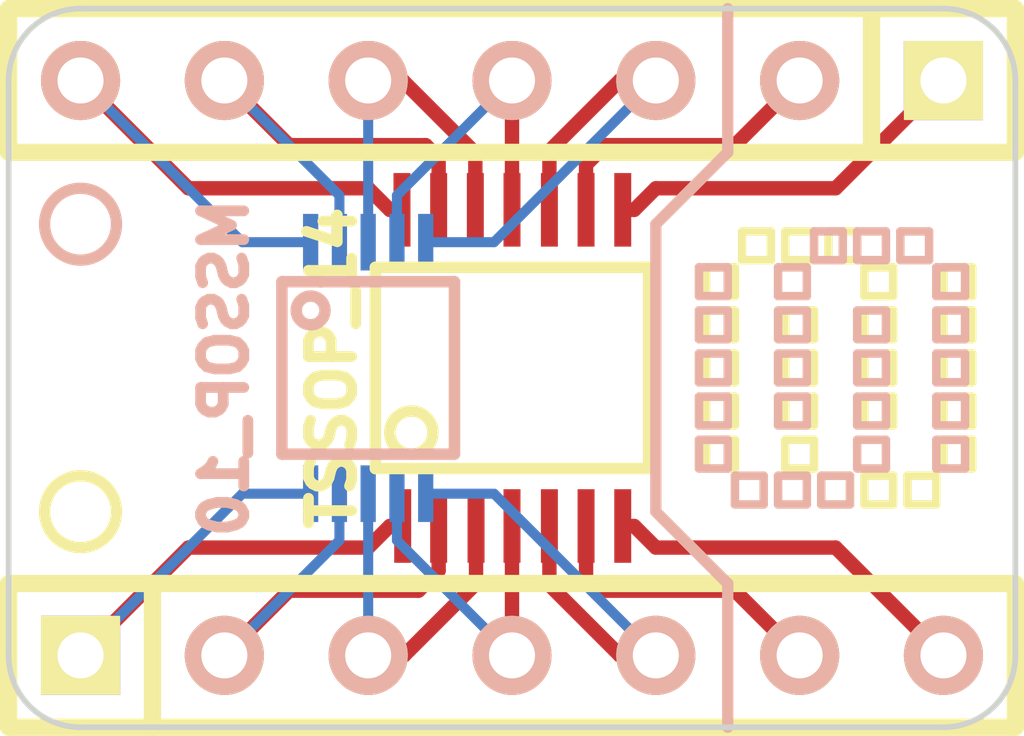
<source format=kicad_pcb>
(kicad_pcb (version 3) (host pcbnew "(22-Jun-2014 BZR 4027)-stable")

  (general
    (links 24)
    (no_connects 0)
    (area 99.999799 82.219799 118.440201 95.580201)
    (thickness 1.6)
    (drawings 15)
    (tracks 64)
    (zones 0)
    (modules 6)
    (nets 15)
  )

  (page A3)
  (layers
    (15 F.Cu signal)
    (0 B.Cu signal)
    (16 B.Adhes user)
    (17 F.Adhes user)
    (18 B.Paste user)
    (19 F.Paste user)
    (20 B.SilkS user)
    (21 F.SilkS user)
    (22 B.Mask user)
    (23 F.Mask user)
    (24 Dwgs.User user)
    (25 Cmts.User user)
    (26 Eco1.User user)
    (27 Eco2.User user)
    (28 Edge.Cuts user)
  )

  (setup
    (last_trace_width 0.1778)
    (trace_clearance 0.1778)
    (zone_clearance 0.508)
    (zone_45_only no)
    (trace_min 0.1778)
    (segment_width 0.2)
    (edge_width 0.1)
    (via_size 0.889)
    (via_drill 0.635)
    (via_min_size 0.889)
    (via_min_drill 0.508)
    (uvia_size 0.508)
    (uvia_drill 0.127)
    (uvias_allowed no)
    (uvia_min_size 0.508)
    (uvia_min_drill 0.127)
    (pcb_text_width 0.3)
    (pcb_text_size 1.5 1.5)
    (mod_edge_width 0.15)
    (mod_text_size 1 1)
    (mod_text_width 0.15)
    (pad_size 1.5 1.5)
    (pad_drill 0.6)
    (pad_to_mask_clearance 0)
    (aux_axis_origin 0 0)
    (visible_elements FFFFFFBF)
    (pcbplotparams
      (layerselection 3178497)
      (usegerberextensions true)
      (excludeedgelayer true)
      (linewidth 0.150000)
      (plotframeref false)
      (viasonmask false)
      (mode 1)
      (useauxorigin false)
      (hpglpennumber 1)
      (hpglpenspeed 20)
      (hpglpendiameter 15)
      (hpglpenoverlay 2)
      (psnegative false)
      (psa4output false)
      (plotreference true)
      (plotvalue true)
      (plotothertext true)
      (plotinvisibletext false)
      (padsonsilk false)
      (subtractmaskfromsilk false)
      (outputformat 1)
      (mirror false)
      (drillshape 1)
      (scaleselection 1)
      (outputdirectory ""))
  )

  (net 0 "")
  (net 1 N-000001)
  (net 2 N-0000010)
  (net 3 N-0000011)
  (net 4 N-0000012)
  (net 5 N-0000013)
  (net 6 N-0000014)
  (net 7 N-000002)
  (net 8 N-000003)
  (net 9 N-000004)
  (net 10 N-000005)
  (net 11 N-000006)
  (net 12 N-000007)
  (net 13 N-000008)
  (net 14 N-000009)

  (net_class Default "This is the default net class."
    (clearance 0.1778)
    (trace_width 0.1778)
    (via_dia 0.889)
    (via_drill 0.635)
    (uvia_dia 0.508)
    (uvia_drill 0.127)
    (add_net "")
    (add_net N-000001)
    (add_net N-0000010)
    (add_net N-0000011)
    (add_net N-0000012)
    (add_net N-0000013)
    (add_net N-0000014)
    (add_net N-000002)
    (add_net N-000003)
    (add_net N-000004)
    (add_net N-000005)
    (add_net N-000006)
    (add_net N-000007)
    (add_net N-000008)
    (add_net N-000009)
  )

  (module TSSOP14 (layer F.Cu) (tedit 551EDCAE) (tstamp 551EDB18)
    (at 109.22 88.9)
    (path /551EDA62)
    (attr smd)
    (fp_text reference K4 (at 0 -0.762) (layer F.SilkS) hide
      (effects (font (size 0.762 0.635) (thickness 0.15875)))
    )
    (fp_text value TSSOP_14 (at -3.175 0 90) (layer F.SilkS)
      (effects (font (size 0.762 0.762) (thickness 0.1905)))
    )
    (fp_line (start -2.413 -1.778) (end 2.413 -1.778) (layer F.SilkS) (width 0.2032))
    (fp_line (start 2.413 -1.778) (end 2.413 1.778) (layer F.SilkS) (width 0.2032))
    (fp_line (start 2.413 1.778) (end -2.413 1.778) (layer F.SilkS) (width 0.2032))
    (fp_line (start -2.413 1.778) (end -2.413 -1.778) (layer F.SilkS) (width 0.2032))
    (fp_circle (center -1.778 1.143) (end -2.159 1.143) (layer F.SilkS) (width 0.2032))
    (pad 1 smd rect (at -1.9304 2.794) (size 0.29972 1.30048)
      (layers F.Cu F.Paste F.Mask)
      (net 6 N-0000014)
    )
    (pad 2 smd rect (at -1.2954 2.794) (size 0.29972 1.30048)
      (layers F.Cu F.Paste F.Mask)
      (net 5 N-0000013)
    )
    (pad 3 smd rect (at -0.635 2.794) (size 0.29972 1.30048)
      (layers F.Cu F.Paste F.Mask)
      (net 4 N-0000012)
    )
    (pad 4 smd rect (at 0 2.794) (size 0.29972 1.30048)
      (layers F.Cu F.Paste F.Mask)
      (net 12 N-000007)
    )
    (pad 5 smd rect (at 0.6604 2.794) (size 0.29972 1.30048)
      (layers F.Cu F.Paste F.Mask)
      (net 11 N-000006)
    )
    (pad 6 smd rect (at 1.3081 2.794) (size 0.29972 1.30048)
      (layers F.Cu F.Paste F.Mask)
      (net 9 N-000004)
    )
    (pad 7 smd rect (at 1.9558 2.794) (size 0.29972 1.30048)
      (layers F.Cu F.Paste F.Mask)
      (net 8 N-000003)
    )
    (pad 8 smd rect (at 1.9558 -2.794) (size 0.29972 1.30048)
      (layers F.Cu F.Paste F.Mask)
      (net 7 N-000002)
    )
    (pad 9 smd rect (at 1.3081 -2.794) (size 0.29972 1.30048)
      (layers F.Cu F.Paste F.Mask)
      (net 1 N-000001)
    )
    (pad 10 smd rect (at 0.6604 -2.794) (size 0.29972 1.30048)
      (layers F.Cu F.Paste F.Mask)
      (net 10 N-000005)
    )
    (pad 11 smd rect (at 0 -2.794) (size 0.29972 1.30048)
      (layers F.Cu F.Paste F.Mask)
      (net 13 N-000008)
    )
    (pad 12 smd rect (at -0.6477 -2.794) (size 0.29972 1.30048)
      (layers F.Cu F.Paste F.Mask)
      (net 14 N-000009)
    )
    (pad 13 smd rect (at -1.2954 -2.794) (size 0.29972 1.30048)
      (layers F.Cu F.Paste F.Mask)
      (net 2 N-0000010)
    )
    (pad 14 smd rect (at -1.9431 -2.794) (size 0.29972 1.30048)
      (layers F.Cu F.Paste F.Mask)
      (net 3 N-0000011)
    )
    (model smd\smd_dil\tssop-14.wrl
      (at (xyz 0 0 0))
      (scale (xyz 1 1 1))
      (rotate (xyz 0 0 0))
    )
  )

  (module SIL-7 (layer F.Cu) (tedit 551EDC05) (tstamp 551EDB2A)
    (at 109.22 93.98)
    (descr "Connecteur 7 pins")
    (tags "CONN DEV")
    (path /551EDA37)
    (fp_text reference K1 (at 0 -2.54) (layer F.SilkS) hide
      (effects (font (size 1.72974 1.08712) (thickness 0.27178)))
    )
    (fp_text value PINS_7 (at 0 -2.54) (layer F.SilkS) hide
      (effects (font (size 1.524 1.016) (thickness 0.3048)))
    )
    (fp_line (start -8.89 -1.27) (end -8.89 -1.27) (layer F.SilkS) (width 0.3048))
    (fp_line (start -8.89 -1.27) (end 8.89 -1.27) (layer F.SilkS) (width 0.3048))
    (fp_line (start 8.89 -1.27) (end 8.89 1.27) (layer F.SilkS) (width 0.3048))
    (fp_line (start 8.89 1.27) (end -8.89 1.27) (layer F.SilkS) (width 0.3048))
    (fp_line (start -8.89 1.27) (end -8.89 -1.27) (layer F.SilkS) (width 0.3048))
    (fp_line (start -6.35 1.27) (end -6.35 1.27) (layer F.SilkS) (width 0.3048))
    (fp_line (start -6.35 1.27) (end -6.35 -1.27) (layer F.SilkS) (width 0.3048))
    (pad 1 thru_hole rect (at -7.62 0) (size 1.397 1.397) (drill 0.8128)
      (layers *.Cu *.Mask F.SilkS)
      (net 6 N-0000014)
    )
    (pad 2 thru_hole circle (at -5.08 0) (size 1.397 1.397) (drill 0.8128)
      (layers *.Cu *.SilkS *.Mask)
      (net 5 N-0000013)
    )
    (pad 3 thru_hole circle (at -2.54 0) (size 1.397 1.397) (drill 0.8128)
      (layers *.Cu *.SilkS *.Mask)
      (net 4 N-0000012)
    )
    (pad 4 thru_hole circle (at 0 0) (size 1.397 1.397) (drill 0.8128)
      (layers *.Cu *.SilkS *.Mask)
      (net 12 N-000007)
    )
    (pad 5 thru_hole circle (at 2.54 0) (size 1.397 1.397) (drill 0.8128)
      (layers *.Cu *.SilkS *.Mask)
      (net 11 N-000006)
    )
    (pad 6 thru_hole circle (at 5.08 0) (size 1.397 1.397) (drill 0.8128)
      (layers *.Cu *.SilkS *.Mask)
      (net 9 N-000004)
    )
    (pad 7 thru_hole circle (at 7.62 0) (size 1.397 1.397) (drill 0.8128)
      (layers *.Cu *.SilkS *.Mask)
      (net 8 N-000003)
    )
  )

  (module SIL-7 (layer F.Cu) (tedit 551EDC1C) (tstamp 551EDB3C)
    (at 109.22 83.82 180)
    (descr "Connecteur 7 pins")
    (tags "CONN DEV")
    (path /551EDA49)
    (fp_text reference K2 (at 0 -2.54 180) (layer F.SilkS) hide
      (effects (font (size 1.72974 1.08712) (thickness 0.27178)))
    )
    (fp_text value PINS_7 (at 0 -2.54 180) (layer F.SilkS) hide
      (effects (font (size 1.524 1.016) (thickness 0.3048)))
    )
    (fp_line (start -8.89 -1.27) (end -8.89 -1.27) (layer F.SilkS) (width 0.3048))
    (fp_line (start -8.89 -1.27) (end 8.89 -1.27) (layer F.SilkS) (width 0.3048))
    (fp_line (start 8.89 -1.27) (end 8.89 1.27) (layer F.SilkS) (width 0.3048))
    (fp_line (start 8.89 1.27) (end -8.89 1.27) (layer F.SilkS) (width 0.3048))
    (fp_line (start -8.89 1.27) (end -8.89 -1.27) (layer F.SilkS) (width 0.3048))
    (fp_line (start -6.35 1.27) (end -6.35 1.27) (layer F.SilkS) (width 0.3048))
    (fp_line (start -6.35 1.27) (end -6.35 -1.27) (layer F.SilkS) (width 0.3048))
    (pad 1 thru_hole rect (at -7.62 0 180) (size 1.397 1.397) (drill 0.8128)
      (layers *.Cu *.Mask F.SilkS)
      (net 7 N-000002)
    )
    (pad 2 thru_hole circle (at -5.08 0 180) (size 1.397 1.397) (drill 0.8128)
      (layers *.Cu *.SilkS *.Mask)
      (net 1 N-000001)
    )
    (pad 3 thru_hole circle (at -2.54 0 180) (size 1.397 1.397) (drill 0.8128)
      (layers *.Cu *.SilkS *.Mask)
      (net 10 N-000005)
    )
    (pad 4 thru_hole circle (at 0 0 180) (size 1.397 1.397) (drill 0.8128)
      (layers *.Cu *.SilkS *.Mask)
      (net 13 N-000008)
    )
    (pad 5 thru_hole circle (at 2.54 0 180) (size 1.397 1.397) (drill 0.8128)
      (layers *.Cu *.SilkS *.Mask)
      (net 14 N-000009)
    )
    (pad 6 thru_hole circle (at 5.08 0 180) (size 1.397 1.397) (drill 0.8128)
      (layers *.Cu *.SilkS *.Mask)
      (net 2 N-0000010)
    )
    (pad 7 thru_hole circle (at 7.62 0 180) (size 1.397 1.397) (drill 0.8128)
      (layers *.Cu *.SilkS *.Mask)
      (net 3 N-0000011)
    )
  )

  (module MSOP10-0.5 (layer B.Cu) (tedit 551EDCA7) (tstamp 551EDB4F)
    (at 106.68 88.9)
    (descr "MSOP10 10pins pitch 0.5mm")
    (path /551EDA53)
    (attr smd)
    (fp_text reference K3 (at 0 0.635) (layer B.SilkS) hide
      (effects (font (size 0.762 0.762) (thickness 0.1524)) (justify mirror))
    )
    (fp_text value MSSOP_10 (at -2.54 0 90) (layer B.SilkS)
      (effects (font (size 0.762 0.762) (thickness 0.1905)) (justify mirror))
    )
    (fp_circle (center -1.016 -1.016) (end -1.016 -0.762) (layer B.SilkS) (width 0.2032))
    (fp_line (start 1.524 -1.524) (end -1.524 -1.524) (layer B.SilkS) (width 0.2032))
    (fp_line (start -1.524 -1.524) (end -1.524 1.524) (layer B.SilkS) (width 0.2032))
    (fp_line (start -1.524 1.524) (end 1.524 1.524) (layer B.SilkS) (width 0.2032))
    (fp_line (start 1.524 1.524) (end 1.524 -1.524) (layer B.SilkS) (width 0.2032))
    (pad 1 smd rect (at -1.016 -2.2225) (size 0.26924 1.00076)
      (layers B.Cu B.Paste B.Mask)
      (net 3 N-0000011)
    )
    (pad 2 smd rect (at -0.508 -2.2225) (size 0.26924 1.00076)
      (layers B.Cu B.Paste B.Mask)
      (net 2 N-0000010)
    )
    (pad 3 smd rect (at 0 -2.2225) (size 0.26924 1.00076)
      (layers B.Cu B.Paste B.Mask)
      (net 14 N-000009)
    )
    (pad 4 smd rect (at 0.508 -2.2225) (size 0.26924 1.00076)
      (layers B.Cu B.Paste B.Mask)
      (net 13 N-000008)
    )
    (pad 5 smd rect (at 1.016 -2.2225) (size 0.26924 1.00076)
      (layers B.Cu B.Paste B.Mask)
      (net 10 N-000005)
    )
    (pad 6 smd rect (at 1.016 2.2225) (size 0.26924 1.00076)
      (layers B.Cu B.Paste B.Mask)
      (net 11 N-000006)
    )
    (pad 7 smd rect (at 0.508 2.2225) (size 0.26924 1.00076)
      (layers B.Cu B.Paste B.Mask)
      (net 12 N-000007)
    )
    (pad 8 smd rect (at 0 2.2225) (size 0.26924 1.00076)
      (layers B.Cu B.Paste B.Mask)
      (net 4 N-0000012)
    )
    (pad 9 smd rect (at -0.508 2.2225) (size 0.26924 1.00076)
      (layers B.Cu B.Paste B.Mask)
      (net 5 N-0000013)
    )
    (pad 10 smd rect (at -1.016 2.2225) (size 0.26924 1.00076)
      (layers B.Cu B.Paste B.Mask)
      (net 6 N-0000014)
    )
    (model smd\MSOP_10.wrl
      (at (xyz 0 0 0))
      (scale (xyz 0.3 0.35 0.3))
      (rotate (xyz 0 0 0))
    )
  )

  (module DIGITALCAVE_LOGO (layer F.Cu) (tedit 54639F29) (tstamp 551F4368)
    (at 114.935 88.9 90)
    (fp_text reference VAL (at 0 0 90) (layer F.SilkS) hide
      (effects (font (size 0.381 0.381) (thickness 0.127)))
    )
    (fp_text value REF (at 0 0 90) (layer F.SilkS) hide
      (effects (font (size 0.381 0.381) (thickness 0.127)))
    )
    (fp_line (start 1.27 1.905) (end 1.778 1.905) (layer F.SilkS) (width 0.15))
    (fp_line (start 1.778 1.905) (end 1.778 2.413) (layer F.SilkS) (width 0.15))
    (fp_line (start 1.778 2.413) (end 1.27 2.413) (layer F.SilkS) (width 0.15))
    (fp_line (start 1.27 2.413) (end 1.27 1.905) (layer F.SilkS) (width 0.15))
    (fp_line (start 0.508 1.905) (end 1.016 1.905) (layer F.SilkS) (width 0.15))
    (fp_line (start 1.016 1.905) (end 1.016 2.413) (layer F.SilkS) (width 0.15))
    (fp_line (start 1.016 2.413) (end 0.508 2.413) (layer F.SilkS) (width 0.15))
    (fp_line (start 0.508 2.413) (end 0.508 1.905) (layer F.SilkS) (width 0.15))
    (fp_line (start -0.254 1.905) (end 0.254 1.905) (layer F.SilkS) (width 0.15))
    (fp_line (start 0.254 1.905) (end 0.254 2.413) (layer F.SilkS) (width 0.15))
    (fp_line (start 0.254 2.413) (end -0.254 2.413) (layer F.SilkS) (width 0.15))
    (fp_line (start -0.254 2.413) (end -0.254 1.905) (layer F.SilkS) (width 0.15))
    (fp_line (start -1.016 1.905) (end -0.508 1.905) (layer F.SilkS) (width 0.15))
    (fp_line (start -0.508 1.905) (end -0.508 2.413) (layer F.SilkS) (width 0.15))
    (fp_line (start -0.508 2.413) (end -1.016 2.413) (layer F.SilkS) (width 0.15))
    (fp_line (start -1.016 2.413) (end -1.016 1.905) (layer F.SilkS) (width 0.15))
    (fp_line (start -1.778 1.905) (end -1.27 1.905) (layer F.SilkS) (width 0.15))
    (fp_line (start -1.27 1.905) (end -1.27 2.413) (layer F.SilkS) (width 0.15))
    (fp_line (start -1.27 2.413) (end -1.778 2.413) (layer F.SilkS) (width 0.15))
    (fp_line (start -1.778 2.413) (end -1.778 1.905) (layer F.SilkS) (width 0.15))
    (fp_line (start -2.413 1.27) (end -1.905 1.27) (layer F.SilkS) (width 0.15))
    (fp_line (start -1.905 1.27) (end -1.905 1.778) (layer F.SilkS) (width 0.15))
    (fp_line (start -1.905 1.778) (end -2.413 1.778) (layer F.SilkS) (width 0.15))
    (fp_line (start -2.413 1.778) (end -2.413 1.27) (layer F.SilkS) (width 0.15))
    (fp_line (start -1.905 0.508) (end -1.905 1.016) (layer F.SilkS) (width 0.15))
    (fp_line (start -1.905 1.016) (end -2.413 1.016) (layer F.SilkS) (width 0.15))
    (fp_line (start -2.413 1.016) (end -2.413 0.508) (layer F.SilkS) (width 0.15))
    (fp_line (start -2.413 0.508) (end -1.905 0.508) (layer F.SilkS) (width 0.15))
    (fp_line (start -1.905 -0.254) (end -1.905 0.254) (layer F.SilkS) (width 0.15))
    (fp_line (start -1.905 0.254) (end -2.413 0.254) (layer F.SilkS) (width 0.15))
    (fp_line (start -2.413 0.254) (end -2.413 -0.254) (layer F.SilkS) (width 0.15))
    (fp_line (start -2.413 -0.254) (end -1.905 -0.254) (layer F.SilkS) (width 0.15))
    (fp_line (start -1.27 -0.889) (end -1.27 -0.381) (layer F.SilkS) (width 0.15))
    (fp_line (start -1.27 -0.381) (end -1.778 -0.381) (layer F.SilkS) (width 0.15))
    (fp_line (start -1.778 -0.381) (end -1.778 -0.889) (layer F.SilkS) (width 0.15))
    (fp_line (start -1.778 -0.889) (end -1.27 -0.889) (layer F.SilkS) (width 0.15))
    (fp_line (start -0.508 -0.381) (end -0.508 -0.889) (layer F.SilkS) (width 0.15))
    (fp_line (start -0.508 -0.889) (end -1.016 -0.889) (layer F.SilkS) (width 0.15))
    (fp_line (start -1.016 -0.889) (end -1.016 -0.381) (layer F.SilkS) (width 0.15))
    (fp_line (start -1.016 -0.381) (end -0.508 -0.381) (layer F.SilkS) (width 0.15))
    (fp_line (start 0.254 -0.889) (end 0.254 -0.381) (layer F.SilkS) (width 0.15))
    (fp_line (start 0.254 -0.381) (end -0.254 -0.381) (layer F.SilkS) (width 0.15))
    (fp_line (start -0.254 -0.381) (end -0.254 -0.889) (layer F.SilkS) (width 0.15))
    (fp_line (start -0.254 -0.889) (end 0.254 -0.889) (layer F.SilkS) (width 0.15))
    (fp_line (start 1.016 -0.381) (end 1.016 -0.889) (layer F.SilkS) (width 0.15))
    (fp_line (start 1.016 -0.889) (end 0.508 -0.889) (layer F.SilkS) (width 0.15))
    (fp_line (start 0.508 -0.889) (end 0.508 -0.381) (layer F.SilkS) (width 0.15))
    (fp_line (start 0.508 -0.381) (end 1.016 -0.381) (layer F.SilkS) (width 0.15))
    (fp_line (start -0.508 1.016) (end -0.508 0.508) (layer F.SilkS) (width 0.15))
    (fp_line (start -0.508 0.508) (end -1.016 0.508) (layer F.SilkS) (width 0.15))
    (fp_line (start -1.016 0.508) (end -1.016 1.016) (layer F.SilkS) (width 0.15))
    (fp_line (start -1.016 1.016) (end -0.508 1.016) (layer F.SilkS) (width 0.15))
    (fp_line (start 0.254 1.016) (end -0.254 1.016) (layer F.SilkS) (width 0.15))
    (fp_line (start -0.254 1.016) (end -0.254 0.508) (layer F.SilkS) (width 0.15))
    (fp_line (start 0.254 1.016) (end 0.254 0.508) (layer F.SilkS) (width 0.15))
    (fp_line (start 0.254 0.508) (end -0.254 0.508) (layer F.SilkS) (width 0.15))
    (fp_line (start 1.016 0.508) (end 1.016 1.016) (layer F.SilkS) (width 0.15))
    (fp_line (start 1.016 1.016) (end 0.508 1.016) (layer F.SilkS) (width 0.15))
    (fp_line (start 0.508 1.016) (end 0.508 0.508) (layer F.SilkS) (width 0.15))
    (fp_line (start 0.508 0.508) (end 1.016 0.508) (layer F.SilkS) (width 0.15))
    (fp_line (start 1.778 0.508) (end 1.778 1.016) (layer F.SilkS) (width 0.15))
    (fp_line (start 1.778 1.016) (end 1.27 1.016) (layer F.SilkS) (width 0.15))
    (fp_line (start 1.27 1.016) (end 1.27 0.508) (layer F.SilkS) (width 0.15))
    (fp_line (start 1.27 0.508) (end 1.778 0.508) (layer F.SilkS) (width 0.15))
    (fp_line (start 1.905 -0.127) (end 2.413 -0.127) (layer F.SilkS) (width 0.15))
    (fp_line (start 2.413 -0.127) (end 2.413 0.381) (layer F.SilkS) (width 0.15))
    (fp_line (start 2.413 0.381) (end 1.905 0.381) (layer F.SilkS) (width 0.15))
    (fp_line (start 1.905 0.381) (end 1.905 -0.127) (layer F.SilkS) (width 0.15))
    (fp_line (start 1.905 -0.889) (end 2.413 -0.889) (layer F.SilkS) (width 0.15))
    (fp_line (start 2.413 -0.889) (end 2.413 -0.381) (layer F.SilkS) (width 0.15))
    (fp_line (start 2.413 -0.381) (end 1.905 -0.381) (layer F.SilkS) (width 0.15))
    (fp_line (start 1.905 -0.381) (end 1.905 -0.889) (layer F.SilkS) (width 0.15))
    (fp_line (start 1.905 -1.651) (end 2.413 -1.651) (layer F.SilkS) (width 0.15))
    (fp_line (start 2.413 -1.651) (end 2.413 -1.143) (layer F.SilkS) (width 0.15))
    (fp_line (start 2.413 -1.143) (end 1.905 -1.143) (layer F.SilkS) (width 0.15))
    (fp_line (start 1.905 -1.143) (end 1.905 -1.651) (layer F.SilkS) (width 0.15))
    (fp_line (start 1.27 -2.286) (end 1.27 -1.778) (layer F.SilkS) (width 0.15))
    (fp_line (start 1.27 -1.778) (end 1.778 -1.778) (layer F.SilkS) (width 0.15))
    (fp_line (start 1.778 -1.778) (end 1.778 -2.286) (layer F.SilkS) (width 0.15))
    (fp_line (start 1.778 -2.286) (end 1.27 -2.286) (layer F.SilkS) (width 0.15))
    (fp_line (start 0.508 -2.286) (end 0.508 -1.778) (layer F.SilkS) (width 0.15))
    (fp_line (start 0.508 -1.778) (end 1.016 -1.778) (layer F.SilkS) (width 0.15))
    (fp_line (start 1.016 -1.778) (end 1.016 -2.286) (layer F.SilkS) (width 0.15))
    (fp_line (start 1.016 -2.286) (end 0.508 -2.286) (layer F.SilkS) (width 0.15))
    (fp_line (start -0.254 -2.286) (end -0.254 -1.778) (layer F.SilkS) (width 0.15))
    (fp_line (start -0.254 -1.778) (end 0.254 -1.778) (layer F.SilkS) (width 0.15))
    (fp_line (start 0.254 -1.778) (end 0.254 -2.286) (layer F.SilkS) (width 0.15))
    (fp_line (start 0.254 -2.286) (end -0.254 -2.286) (layer F.SilkS) (width 0.15))
    (fp_line (start -1.016 -2.286) (end -1.016 -1.778) (layer F.SilkS) (width 0.15))
    (fp_line (start -1.016 -1.778) (end -0.508 -1.778) (layer F.SilkS) (width 0.15))
    (fp_line (start -0.508 -1.778) (end -0.508 -2.286) (layer F.SilkS) (width 0.15))
    (fp_line (start -0.508 -2.286) (end -1.016 -2.286) (layer F.SilkS) (width 0.15))
    (fp_line (start -1.778 -2.286) (end -1.778 -1.778) (layer F.SilkS) (width 0.15))
    (fp_line (start -1.778 -1.778) (end -1.27 -1.778) (layer F.SilkS) (width 0.15))
    (fp_line (start -1.27 -1.778) (end -1.27 -2.286) (layer F.SilkS) (width 0.15))
    (fp_line (start -1.27 -2.286) (end -1.778 -2.286) (layer F.SilkS) (width 0.15))
  )

  (module DIGITALCAVE_LOGO (layer B.Cu) (tedit 54639F29) (tstamp 551F442F)
    (at 114.935 88.9 90)
    (fp_text reference VAL (at 0 0 90) (layer B.SilkS) hide
      (effects (font (size 0.381 0.381) (thickness 0.127)) (justify mirror))
    )
    (fp_text value REF (at 0 0 90) (layer B.SilkS) hide
      (effects (font (size 0.381 0.381) (thickness 0.127)) (justify mirror))
    )
    (fp_line (start 1.27 -1.905) (end 1.778 -1.905) (layer B.SilkS) (width 0.15))
    (fp_line (start 1.778 -1.905) (end 1.778 -2.413) (layer B.SilkS) (width 0.15))
    (fp_line (start 1.778 -2.413) (end 1.27 -2.413) (layer B.SilkS) (width 0.15))
    (fp_line (start 1.27 -2.413) (end 1.27 -1.905) (layer B.SilkS) (width 0.15))
    (fp_line (start 0.508 -1.905) (end 1.016 -1.905) (layer B.SilkS) (width 0.15))
    (fp_line (start 1.016 -1.905) (end 1.016 -2.413) (layer B.SilkS) (width 0.15))
    (fp_line (start 1.016 -2.413) (end 0.508 -2.413) (layer B.SilkS) (width 0.15))
    (fp_line (start 0.508 -2.413) (end 0.508 -1.905) (layer B.SilkS) (width 0.15))
    (fp_line (start -0.254 -1.905) (end 0.254 -1.905) (layer B.SilkS) (width 0.15))
    (fp_line (start 0.254 -1.905) (end 0.254 -2.413) (layer B.SilkS) (width 0.15))
    (fp_line (start 0.254 -2.413) (end -0.254 -2.413) (layer B.SilkS) (width 0.15))
    (fp_line (start -0.254 -2.413) (end -0.254 -1.905) (layer B.SilkS) (width 0.15))
    (fp_line (start -1.016 -1.905) (end -0.508 -1.905) (layer B.SilkS) (width 0.15))
    (fp_line (start -0.508 -1.905) (end -0.508 -2.413) (layer B.SilkS) (width 0.15))
    (fp_line (start -0.508 -2.413) (end -1.016 -2.413) (layer B.SilkS) (width 0.15))
    (fp_line (start -1.016 -2.413) (end -1.016 -1.905) (layer B.SilkS) (width 0.15))
    (fp_line (start -1.778 -1.905) (end -1.27 -1.905) (layer B.SilkS) (width 0.15))
    (fp_line (start -1.27 -1.905) (end -1.27 -2.413) (layer B.SilkS) (width 0.15))
    (fp_line (start -1.27 -2.413) (end -1.778 -2.413) (layer B.SilkS) (width 0.15))
    (fp_line (start -1.778 -2.413) (end -1.778 -1.905) (layer B.SilkS) (width 0.15))
    (fp_line (start -2.413 -1.27) (end -1.905 -1.27) (layer B.SilkS) (width 0.15))
    (fp_line (start -1.905 -1.27) (end -1.905 -1.778) (layer B.SilkS) (width 0.15))
    (fp_line (start -1.905 -1.778) (end -2.413 -1.778) (layer B.SilkS) (width 0.15))
    (fp_line (start -2.413 -1.778) (end -2.413 -1.27) (layer B.SilkS) (width 0.15))
    (fp_line (start -1.905 -0.508) (end -1.905 -1.016) (layer B.SilkS) (width 0.15))
    (fp_line (start -1.905 -1.016) (end -2.413 -1.016) (layer B.SilkS) (width 0.15))
    (fp_line (start -2.413 -1.016) (end -2.413 -0.508) (layer B.SilkS) (width 0.15))
    (fp_line (start -2.413 -0.508) (end -1.905 -0.508) (layer B.SilkS) (width 0.15))
    (fp_line (start -1.905 0.254) (end -1.905 -0.254) (layer B.SilkS) (width 0.15))
    (fp_line (start -1.905 -0.254) (end -2.413 -0.254) (layer B.SilkS) (width 0.15))
    (fp_line (start -2.413 -0.254) (end -2.413 0.254) (layer B.SilkS) (width 0.15))
    (fp_line (start -2.413 0.254) (end -1.905 0.254) (layer B.SilkS) (width 0.15))
    (fp_line (start -1.27 0.889) (end -1.27 0.381) (layer B.SilkS) (width 0.15))
    (fp_line (start -1.27 0.381) (end -1.778 0.381) (layer B.SilkS) (width 0.15))
    (fp_line (start -1.778 0.381) (end -1.778 0.889) (layer B.SilkS) (width 0.15))
    (fp_line (start -1.778 0.889) (end -1.27 0.889) (layer B.SilkS) (width 0.15))
    (fp_line (start -0.508 0.381) (end -0.508 0.889) (layer B.SilkS) (width 0.15))
    (fp_line (start -0.508 0.889) (end -1.016 0.889) (layer B.SilkS) (width 0.15))
    (fp_line (start -1.016 0.889) (end -1.016 0.381) (layer B.SilkS) (width 0.15))
    (fp_line (start -1.016 0.381) (end -0.508 0.381) (layer B.SilkS) (width 0.15))
    (fp_line (start 0.254 0.889) (end 0.254 0.381) (layer B.SilkS) (width 0.15))
    (fp_line (start 0.254 0.381) (end -0.254 0.381) (layer B.SilkS) (width 0.15))
    (fp_line (start -0.254 0.381) (end -0.254 0.889) (layer B.SilkS) (width 0.15))
    (fp_line (start -0.254 0.889) (end 0.254 0.889) (layer B.SilkS) (width 0.15))
    (fp_line (start 1.016 0.381) (end 1.016 0.889) (layer B.SilkS) (width 0.15))
    (fp_line (start 1.016 0.889) (end 0.508 0.889) (layer B.SilkS) (width 0.15))
    (fp_line (start 0.508 0.889) (end 0.508 0.381) (layer B.SilkS) (width 0.15))
    (fp_line (start 0.508 0.381) (end 1.016 0.381) (layer B.SilkS) (width 0.15))
    (fp_line (start -0.508 -1.016) (end -0.508 -0.508) (layer B.SilkS) (width 0.15))
    (fp_line (start -0.508 -0.508) (end -1.016 -0.508) (layer B.SilkS) (width 0.15))
    (fp_line (start -1.016 -0.508) (end -1.016 -1.016) (layer B.SilkS) (width 0.15))
    (fp_line (start -1.016 -1.016) (end -0.508 -1.016) (layer B.SilkS) (width 0.15))
    (fp_line (start 0.254 -1.016) (end -0.254 -1.016) (layer B.SilkS) (width 0.15))
    (fp_line (start -0.254 -1.016) (end -0.254 -0.508) (layer B.SilkS) (width 0.15))
    (fp_line (start 0.254 -1.016) (end 0.254 -0.508) (layer B.SilkS) (width 0.15))
    (fp_line (start 0.254 -0.508) (end -0.254 -0.508) (layer B.SilkS) (width 0.15))
    (fp_line (start 1.016 -0.508) (end 1.016 -1.016) (layer B.SilkS) (width 0.15))
    (fp_line (start 1.016 -1.016) (end 0.508 -1.016) (layer B.SilkS) (width 0.15))
    (fp_line (start 0.508 -1.016) (end 0.508 -0.508) (layer B.SilkS) (width 0.15))
    (fp_line (start 0.508 -0.508) (end 1.016 -0.508) (layer B.SilkS) (width 0.15))
    (fp_line (start 1.778 -0.508) (end 1.778 -1.016) (layer B.SilkS) (width 0.15))
    (fp_line (start 1.778 -1.016) (end 1.27 -1.016) (layer B.SilkS) (width 0.15))
    (fp_line (start 1.27 -1.016) (end 1.27 -0.508) (layer B.SilkS) (width 0.15))
    (fp_line (start 1.27 -0.508) (end 1.778 -0.508) (layer B.SilkS) (width 0.15))
    (fp_line (start 1.905 0.127) (end 2.413 0.127) (layer B.SilkS) (width 0.15))
    (fp_line (start 2.413 0.127) (end 2.413 -0.381) (layer B.SilkS) (width 0.15))
    (fp_line (start 2.413 -0.381) (end 1.905 -0.381) (layer B.SilkS) (width 0.15))
    (fp_line (start 1.905 -0.381) (end 1.905 0.127) (layer B.SilkS) (width 0.15))
    (fp_line (start 1.905 0.889) (end 2.413 0.889) (layer B.SilkS) (width 0.15))
    (fp_line (start 2.413 0.889) (end 2.413 0.381) (layer B.SilkS) (width 0.15))
    (fp_line (start 2.413 0.381) (end 1.905 0.381) (layer B.SilkS) (width 0.15))
    (fp_line (start 1.905 0.381) (end 1.905 0.889) (layer B.SilkS) (width 0.15))
    (fp_line (start 1.905 1.651) (end 2.413 1.651) (layer B.SilkS) (width 0.15))
    (fp_line (start 2.413 1.651) (end 2.413 1.143) (layer B.SilkS) (width 0.15))
    (fp_line (start 2.413 1.143) (end 1.905 1.143) (layer B.SilkS) (width 0.15))
    (fp_line (start 1.905 1.143) (end 1.905 1.651) (layer B.SilkS) (width 0.15))
    (fp_line (start 1.27 2.286) (end 1.27 1.778) (layer B.SilkS) (width 0.15))
    (fp_line (start 1.27 1.778) (end 1.778 1.778) (layer B.SilkS) (width 0.15))
    (fp_line (start 1.778 1.778) (end 1.778 2.286) (layer B.SilkS) (width 0.15))
    (fp_line (start 1.778 2.286) (end 1.27 2.286) (layer B.SilkS) (width 0.15))
    (fp_line (start 0.508 2.286) (end 0.508 1.778) (layer B.SilkS) (width 0.15))
    (fp_line (start 0.508 1.778) (end 1.016 1.778) (layer B.SilkS) (width 0.15))
    (fp_line (start 1.016 1.778) (end 1.016 2.286) (layer B.SilkS) (width 0.15))
    (fp_line (start 1.016 2.286) (end 0.508 2.286) (layer B.SilkS) (width 0.15))
    (fp_line (start -0.254 2.286) (end -0.254 1.778) (layer B.SilkS) (width 0.15))
    (fp_line (start -0.254 1.778) (end 0.254 1.778) (layer B.SilkS) (width 0.15))
    (fp_line (start 0.254 1.778) (end 0.254 2.286) (layer B.SilkS) (width 0.15))
    (fp_line (start 0.254 2.286) (end -0.254 2.286) (layer B.SilkS) (width 0.15))
    (fp_line (start -1.016 2.286) (end -1.016 1.778) (layer B.SilkS) (width 0.15))
    (fp_line (start -1.016 1.778) (end -0.508 1.778) (layer B.SilkS) (width 0.15))
    (fp_line (start -0.508 1.778) (end -0.508 2.286) (layer B.SilkS) (width 0.15))
    (fp_line (start -0.508 2.286) (end -1.016 2.286) (layer B.SilkS) (width 0.15))
    (fp_line (start -1.778 2.286) (end -1.778 1.778) (layer B.SilkS) (width 0.15))
    (fp_line (start -1.778 1.778) (end -1.27 1.778) (layer B.SilkS) (width 0.15))
    (fp_line (start -1.27 1.778) (end -1.27 2.286) (layer B.SilkS) (width 0.15))
    (fp_line (start -1.27 2.286) (end -1.778 2.286) (layer B.SilkS) (width 0.15))
  )

  (gr_line (start 113.03 85.09) (end 113.03 82.55) (angle 90) (layer B.SilkS) (width 0.2))
  (gr_line (start 111.76 86.36) (end 113.03 85.09) (angle 90) (layer B.SilkS) (width 0.2))
  (gr_line (start 111.76 91.44) (end 111.76 86.36) (angle 90) (layer B.SilkS) (width 0.2))
  (gr_line (start 113.03 92.71) (end 111.76 91.44) (angle 90) (layer B.SilkS) (width 0.2))
  (gr_line (start 113.03 95.25) (end 113.03 92.71) (angle 90) (layer B.SilkS) (width 0.2))
  (gr_line (start 101.6 82.55) (end 116.84 82.55) (angle 90) (layer Edge.Cuts) (width 0.1))
  (gr_line (start 100.33 93.98) (end 100.33 83.82) (angle 90) (layer Edge.Cuts) (width 0.1))
  (gr_line (start 116.84 95.25) (end 101.6 95.25) (angle 90) (layer Edge.Cuts) (width 0.1))
  (gr_line (start 118.11 83.82) (end 118.11 93.98) (angle 90) (layer Edge.Cuts) (width 0.1))
  (gr_arc (start 101.6 93.98) (end 101.6 95.25) (angle 90) (layer Edge.Cuts) (width 0.1))
  (gr_arc (start 116.84 93.98) (end 118.11 93.98) (angle 90) (layer Edge.Cuts) (width 0.1))
  (gr_arc (start 116.84 83.82) (end 116.84 82.55) (angle 90) (layer Edge.Cuts) (width 0.1))
  (gr_arc (start 101.6 83.82) (end 100.33 83.82) (angle 90) (layer Edge.Cuts) (width 0.1))
  (gr_circle (center 101.6 86.36) (end 101.6 86.995) (layer B.SilkS) (width 0.2))
  (gr_circle (center 101.6 91.44) (end 100.965 91.44) (layer F.SilkS) (width 0.2))

  (segment (start 110.5281 86.106) (end 110.5281 85.3059) (width 0.254) (layer F.Cu) (net 1))
  (segment (start 113.157 84.963) (end 114.3 83.82) (width 0.254) (layer F.Cu) (net 1) (tstamp 551EDC1F))
  (segment (start 110.871 84.963) (end 113.157 84.963) (width 0.254) (layer F.Cu) (net 1) (tstamp 551EDC1E))
  (segment (start 110.5281 85.3059) (end 110.871 84.963) (width 0.254) (layer F.Cu) (net 1) (tstamp 551EDC1D))
  (segment (start 106.172 86.6775) (end 106.172 85.852) (width 0.1778) (layer B.Cu) (net 2))
  (segment (start 106.172 85.852) (end 104.14 83.82) (width 0.1778) (layer B.Cu) (net 2) (tstamp 551EDD72))
  (segment (start 107.9246 86.106) (end 107.9246 85.1916) (width 0.254) (layer F.Cu) (net 2))
  (segment (start 105.283 84.963) (end 104.14 83.82) (width 0.254) (layer F.Cu) (net 2) (tstamp 551EDC19))
  (segment (start 107.696 84.963) (end 105.283 84.963) (width 0.254) (layer F.Cu) (net 2) (tstamp 551EDC18))
  (segment (start 107.9246 85.1916) (end 107.696 84.963) (width 0.254) (layer F.Cu) (net 2) (tstamp 551EDC17))
  (segment (start 105.664 86.6775) (end 104.4575 86.6775) (width 0.1778) (layer B.Cu) (net 3))
  (segment (start 104.4575 86.6775) (end 101.6 83.82) (width 0.1778) (layer B.Cu) (net 3) (tstamp 551EDD62))
  (segment (start 107.2769 86.106) (end 107.061 86.106) (width 0.254) (layer F.Cu) (net 3))
  (segment (start 103.505 85.725) (end 101.6 83.82) (width 0.254) (layer F.Cu) (net 3) (tstamp 551EDC0D))
  (segment (start 106.68 85.725) (end 103.505 85.725) (width 0.254) (layer F.Cu) (net 3) (tstamp 551EDC0C))
  (segment (start 107.061 86.106) (end 106.68 85.725) (width 0.254) (layer F.Cu) (net 3) (tstamp 551EDC0B))
  (segment (start 106.68 91.1225) (end 106.68 93.98) (width 0.1778) (layer B.Cu) (net 4))
  (segment (start 108.585 91.694) (end 108.585 92.71) (width 0.254) (layer F.Cu) (net 4))
  (segment (start 107.315 93.98) (end 106.68 93.98) (width 0.254) (layer F.Cu) (net 4) (tstamp 551EDBEB))
  (segment (start 108.585 92.71) (end 107.315 93.98) (width 0.254) (layer F.Cu) (net 4) (tstamp 551EDBEA))
  (segment (start 106.172 91.1225) (end 106.172 91.948) (width 0.1778) (layer B.Cu) (net 5))
  (segment (start 106.172 91.948) (end 104.14 93.98) (width 0.1778) (layer B.Cu) (net 5) (tstamp 551EDD6A))
  (segment (start 107.9246 91.694) (end 107.9246 92.4814) (width 0.254) (layer F.Cu) (net 5))
  (segment (start 105.283 92.837) (end 104.14 93.98) (width 0.254) (layer F.Cu) (net 5) (tstamp 551EDC13))
  (segment (start 107.569 92.837) (end 105.283 92.837) (width 0.254) (layer F.Cu) (net 5) (tstamp 551EDC12))
  (segment (start 107.9246 92.4814) (end 107.569 92.837) (width 0.254) (layer F.Cu) (net 5) (tstamp 551EDC11))
  (segment (start 105.664 91.1225) (end 104.4575 91.1225) (width 0.1778) (layer B.Cu) (net 6))
  (segment (start 104.4575 91.1225) (end 101.6 93.98) (width 0.1778) (layer B.Cu) (net 6) (tstamp 551EDD56))
  (segment (start 107.2896 91.694) (end 107.061 91.694) (width 0.254) (layer F.Cu) (net 6))
  (segment (start 103.505 92.075) (end 101.6 93.98) (width 0.254) (layer F.Cu) (net 6) (tstamp 551EDBF6))
  (segment (start 106.68 92.075) (end 103.505 92.075) (width 0.254) (layer F.Cu) (net 6) (tstamp 551EDBF5))
  (segment (start 107.061 91.694) (end 106.68 92.075) (width 0.254) (layer F.Cu) (net 6) (tstamp 551EDBF4))
  (segment (start 111.1758 86.106) (end 111.379 86.106) (width 0.254) (layer F.Cu) (net 7))
  (segment (start 114.935 85.725) (end 116.84 83.82) (width 0.254) (layer F.Cu) (net 7) (tstamp 551EDC07))
  (segment (start 111.76 85.725) (end 114.935 85.725) (width 0.254) (layer F.Cu) (net 7) (tstamp 551EDC06))
  (segment (start 111.379 86.106) (end 111.76 85.725) (width 0.254) (layer F.Cu) (net 7) (tstamp 551EDC05))
  (segment (start 111.1758 91.694) (end 111.379 91.694) (width 0.254) (layer F.Cu) (net 8))
  (segment (start 114.935 92.075) (end 116.84 93.98) (width 0.254) (layer F.Cu) (net 8) (tstamp 551EDBF0))
  (segment (start 111.76 92.075) (end 114.935 92.075) (width 0.254) (layer F.Cu) (net 8) (tstamp 551EDBEF))
  (segment (start 111.379 91.694) (end 111.76 92.075) (width 0.254) (layer F.Cu) (net 8) (tstamp 551EDBEE))
  (segment (start 110.5281 91.694) (end 110.5281 92.6211) (width 0.254) (layer F.Cu) (net 9))
  (segment (start 113.157 92.837) (end 114.3 93.98) (width 0.254) (layer F.Cu) (net 9) (tstamp 551EDBE2))
  (segment (start 110.744 92.837) (end 113.157 92.837) (width 0.254) (layer F.Cu) (net 9) (tstamp 551EDBE1))
  (segment (start 110.5281 92.6211) (end 110.744 92.837) (width 0.254) (layer F.Cu) (net 9) (tstamp 551EDBE0))
  (segment (start 107.696 86.6775) (end 108.9025 86.6775) (width 0.1778) (layer B.Cu) (net 10))
  (segment (start 108.9025 86.6775) (end 111.76 83.82) (width 0.1778) (layer B.Cu) (net 10) (tstamp 551EDD66))
  (segment (start 109.8804 86.106) (end 109.8804 85.0646) (width 0.254) (layer F.Cu) (net 10))
  (segment (start 111.125 83.82) (end 111.76 83.82) (width 0.254) (layer F.Cu) (net 10) (tstamp 551EDBFE))
  (segment (start 109.8804 85.0646) (end 111.125 83.82) (width 0.254) (layer F.Cu) (net 10) (tstamp 551EDBFC))
  (segment (start 107.696 91.1225) (end 108.9025 91.1225) (width 0.1778) (layer B.Cu) (net 11))
  (segment (start 108.9025 91.1225) (end 111.76 93.98) (width 0.1778) (layer B.Cu) (net 11) (tstamp 551EDD5A))
  (segment (start 109.8804 91.694) (end 109.8804 92.7354) (width 0.254) (layer F.Cu) (net 11))
  (segment (start 111.125 93.98) (end 111.76 93.98) (width 0.254) (layer F.Cu) (net 11) (tstamp 551EDBDD))
  (segment (start 109.8804 92.7354) (end 111.125 93.98) (width 0.254) (layer F.Cu) (net 11) (tstamp 551EDBDC))
  (segment (start 107.188 91.1225) (end 107.188 91.948) (width 0.1778) (layer B.Cu) (net 12))
  (segment (start 107.188 91.948) (end 109.22 93.98) (width 0.1778) (layer B.Cu) (net 12) (tstamp 551EDD6E))
  (segment (start 109.22 91.694) (end 109.22 93.98) (width 0.254) (layer F.Cu) (net 12))
  (segment (start 107.188 86.6775) (end 107.188 85.852) (width 0.1778) (layer B.Cu) (net 13))
  (segment (start 107.188 85.852) (end 109.22 83.82) (width 0.1778) (layer B.Cu) (net 13) (tstamp 551EDD76))
  (segment (start 109.22 86.106) (end 109.22 83.82) (width 0.254) (layer F.Cu) (net 13))
  (segment (start 106.68 86.6775) (end 106.68 83.82) (width 0.1778) (layer B.Cu) (net 14))
  (segment (start 108.5723 86.106) (end 108.5723 85.1027) (width 0.254) (layer F.Cu) (net 14))
  (segment (start 107.2896 83.82) (end 106.68 83.82) (width 0.254) (layer F.Cu) (net 14) (tstamp 551EDC02))
  (segment (start 108.5723 85.1027) (end 107.2896 83.82) (width 0.254) (layer F.Cu) (net 14) (tstamp 551EDC01))

)

</source>
